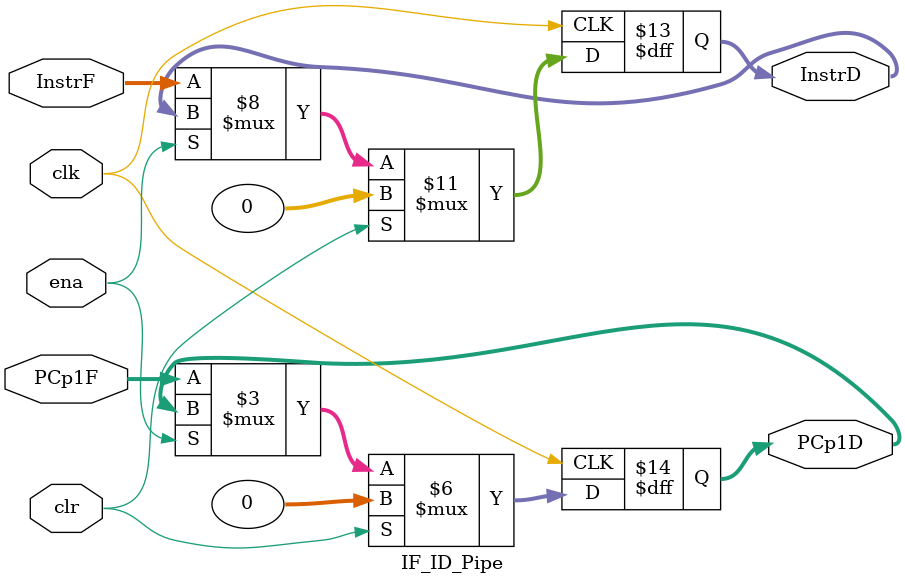
<source format=v>
`timescale 1ns / 1ps

module IF_ID_Pipe#(parameter WL=32)
   (input clk,
    input ena,      //Stall
    input clr,      //Flush
    input [WL-1:0] InstrF,
    input [WL-1:0] PCp1F,
    
    output reg[WL-1:0] InstrD,
    output reg[WL-1:0] PCp1D
    );
    
    //Regsiter
    always@(posedge clk)
    begin
        if(clr) //active high clear
        begin
            InstrD <= 32'd0;
            PCp1D <= 32'd0;
        end
        else if(!ena)   //active low enable
         begin
            InstrD <= InstrF;
            PCp1D <= PCp1F;
        end
    end
            
endmodule

</source>
